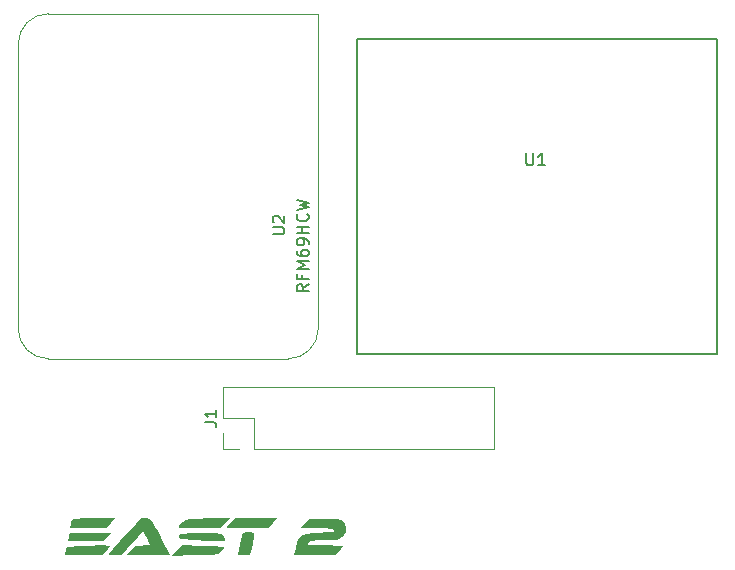
<source format=gbr>
%TF.GenerationSoftware,KiCad,Pcbnew,(6.0.7)*%
%TF.CreationDate,2023-03-09T00:43:44-05:00*%
%TF.ProjectId,EAST_GPS,45415354-5f47-4505-932e-6b696361645f,rev?*%
%TF.SameCoordinates,Original*%
%TF.FileFunction,Legend,Top*%
%TF.FilePolarity,Positive*%
%FSLAX46Y46*%
G04 Gerber Fmt 4.6, Leading zero omitted, Abs format (unit mm)*
G04 Created by KiCad (PCBNEW (6.0.7)) date 2023-03-09 00:43:44*
%MOMM*%
%LPD*%
G01*
G04 APERTURE LIST*
%ADD10C,0.150000*%
%ADD11C,0.300000*%
%ADD12C,0.120000*%
G04 APERTURE END LIST*
D10*
X143002000Y-84836000D02*
X173482000Y-84836000D01*
X173482000Y-84836000D02*
X173482000Y-111506000D01*
X173482000Y-111506000D02*
X143002000Y-111506000D01*
X143002000Y-111506000D02*
X143002000Y-84836000D01*
D11*
%TO.C,*%
D10*
%TO.C,U2*%
X135850380Y-101345904D02*
X136659904Y-101345904D01*
X136755142Y-101298285D01*
X136802761Y-101250666D01*
X136850380Y-101155428D01*
X136850380Y-100964952D01*
X136802761Y-100869714D01*
X136755142Y-100822095D01*
X136659904Y-100774476D01*
X135850380Y-100774476D01*
X135945619Y-100345904D02*
X135898000Y-100298285D01*
X135850380Y-100203047D01*
X135850380Y-99964952D01*
X135898000Y-99869714D01*
X135945619Y-99822095D01*
X136040857Y-99774476D01*
X136136095Y-99774476D01*
X136278952Y-99822095D01*
X136850380Y-100393523D01*
X136850380Y-99774476D01*
X138902380Y-105598095D02*
X138426190Y-105931428D01*
X138902380Y-106169523D02*
X137902380Y-106169523D01*
X137902380Y-105788571D01*
X137950000Y-105693333D01*
X137997619Y-105645714D01*
X138092857Y-105598095D01*
X138235714Y-105598095D01*
X138330952Y-105645714D01*
X138378571Y-105693333D01*
X138426190Y-105788571D01*
X138426190Y-106169523D01*
X138378571Y-104836190D02*
X138378571Y-105169523D01*
X138902380Y-105169523D02*
X137902380Y-105169523D01*
X137902380Y-104693333D01*
X138902380Y-104312380D02*
X137902380Y-104312380D01*
X138616666Y-103979047D01*
X137902380Y-103645714D01*
X138902380Y-103645714D01*
X137902380Y-102740952D02*
X137902380Y-102931428D01*
X137950000Y-103026666D01*
X137997619Y-103074285D01*
X138140476Y-103169523D01*
X138330952Y-103217142D01*
X138711904Y-103217142D01*
X138807142Y-103169523D01*
X138854761Y-103121904D01*
X138902380Y-103026666D01*
X138902380Y-102836190D01*
X138854761Y-102740952D01*
X138807142Y-102693333D01*
X138711904Y-102645714D01*
X138473809Y-102645714D01*
X138378571Y-102693333D01*
X138330952Y-102740952D01*
X138283333Y-102836190D01*
X138283333Y-103026666D01*
X138330952Y-103121904D01*
X138378571Y-103169523D01*
X138473809Y-103217142D01*
X138902380Y-102169523D02*
X138902380Y-101979047D01*
X138854761Y-101883809D01*
X138807142Y-101836190D01*
X138664285Y-101740952D01*
X138473809Y-101693333D01*
X138092857Y-101693333D01*
X137997619Y-101740952D01*
X137950000Y-101788571D01*
X137902380Y-101883809D01*
X137902380Y-102074285D01*
X137950000Y-102169523D01*
X137997619Y-102217142D01*
X138092857Y-102264761D01*
X138330952Y-102264761D01*
X138426190Y-102217142D01*
X138473809Y-102169523D01*
X138521428Y-102074285D01*
X138521428Y-101883809D01*
X138473809Y-101788571D01*
X138426190Y-101740952D01*
X138330952Y-101693333D01*
X138902380Y-101264761D02*
X137902380Y-101264761D01*
X138378571Y-101264761D02*
X138378571Y-100693333D01*
X138902380Y-100693333D02*
X137902380Y-100693333D01*
X138807142Y-99645714D02*
X138854761Y-99693333D01*
X138902380Y-99836190D01*
X138902380Y-99931428D01*
X138854761Y-100074285D01*
X138759523Y-100169523D01*
X138664285Y-100217142D01*
X138473809Y-100264761D01*
X138330952Y-100264761D01*
X138140476Y-100217142D01*
X138045238Y-100169523D01*
X137950000Y-100074285D01*
X137902380Y-99931428D01*
X137902380Y-99836190D01*
X137950000Y-99693333D01*
X137997619Y-99645714D01*
X137902380Y-99312380D02*
X138902380Y-99074285D01*
X138188095Y-98883809D01*
X138902380Y-98693333D01*
X137902380Y-98455238D01*
%TO.C,U1*%
X157340795Y-94497130D02*
X157340795Y-95306654D01*
X157388414Y-95401892D01*
X157436033Y-95449511D01*
X157531271Y-95497130D01*
X157721747Y-95497130D01*
X157816985Y-95449511D01*
X157864604Y-95401892D01*
X157912223Y-95306654D01*
X157912223Y-94497130D01*
X158912223Y-95497130D02*
X158340795Y-95497130D01*
X158626509Y-95497130D02*
X158626509Y-94497130D01*
X158531271Y-94639988D01*
X158436033Y-94735226D01*
X158340795Y-94782845D01*
%TO.C,J1*%
X130101380Y-117254533D02*
X130815666Y-117254533D01*
X130958523Y-117302152D01*
X131053761Y-117397390D01*
X131101380Y-117540247D01*
X131101380Y-117635485D01*
X131101380Y-116254533D02*
X131101380Y-116825961D01*
X131101380Y-116540247D02*
X130101380Y-116540247D01*
X130244238Y-116635485D01*
X130339476Y-116730723D01*
X130387095Y-116825961D01*
%TO.C,*%
G36*
X131376659Y-126252940D02*
G01*
X129619300Y-126252940D01*
X129031431Y-126252079D01*
X128592338Y-126248305D01*
X128281465Y-126239831D01*
X128078260Y-126224871D01*
X127962169Y-126201637D01*
X127912636Y-126168344D01*
X127909108Y-126123205D01*
X127914761Y-126104774D01*
X128038345Y-125871967D01*
X128244962Y-125693294D01*
X128491627Y-125564048D01*
X128631560Y-125509947D01*
X128797378Y-125469842D01*
X129015526Y-125441702D01*
X129312451Y-125423493D01*
X129714597Y-125413183D01*
X130248412Y-125408741D01*
X130520444Y-125408133D01*
X132210595Y-125406274D01*
X131376659Y-126252940D01*
G37*
G36*
X130677361Y-126614925D02*
G01*
X130980199Y-126624852D01*
X131101012Y-126636074D01*
X131447603Y-126735528D01*
X131700493Y-126902925D01*
X131827299Y-127113968D01*
X131835960Y-127187572D01*
X131839001Y-127239056D01*
X131835577Y-127278859D01*
X131806873Y-127307709D01*
X131734070Y-127326330D01*
X131598351Y-127335449D01*
X131380899Y-127335793D01*
X131062896Y-127328088D01*
X130625526Y-127313059D01*
X130049971Y-127291433D01*
X129592294Y-127274162D01*
X128938302Y-127238371D01*
X128450418Y-127185961D01*
X128126192Y-127116491D01*
X127963172Y-127029518D01*
X127941294Y-126976553D01*
X127915217Y-126879544D01*
X127894478Y-126822123D01*
X127901379Y-126775786D01*
X127976025Y-126739225D01*
X128139309Y-126709690D01*
X128412120Y-126684432D01*
X128815350Y-126660701D01*
X129282925Y-126639394D01*
X129790587Y-126622266D01*
X130268111Y-126614086D01*
X130677361Y-126614925D01*
G37*
G36*
X120365081Y-126609832D02*
G01*
X120452208Y-126610933D01*
X122137309Y-126633940D01*
X121812116Y-126993774D01*
X121486923Y-127353607D01*
X118524448Y-127353607D01*
X118582793Y-127036107D01*
X118636254Y-126812882D01*
X118693760Y-126667062D01*
X118704122Y-126653267D01*
X118804451Y-126634392D01*
X119047392Y-126619965D01*
X119406263Y-126610632D01*
X119854386Y-126607039D01*
X120365081Y-126609832D01*
G37*
G36*
X125263076Y-125337249D02*
G01*
X125486433Y-125416750D01*
X125500718Y-125427440D01*
X125578715Y-125532934D01*
X125718722Y-125764833D01*
X125906737Y-126098227D01*
X126128761Y-126508206D01*
X126370791Y-126969860D01*
X126404915Y-127036107D01*
X127177322Y-128538940D01*
X123430028Y-128538940D01*
X123801827Y-128126322D01*
X124173627Y-127713704D01*
X125477855Y-127649940D01*
X125206741Y-127081176D01*
X125071023Y-126807263D01*
X124961040Y-126605087D01*
X124897679Y-126512670D01*
X124893294Y-126510610D01*
X124826192Y-126570511D01*
X124668235Y-126737145D01*
X124439120Y-126988983D01*
X124158544Y-127304494D01*
X123966310Y-127523874D01*
X123081659Y-128538940D01*
X122501009Y-128538940D01*
X122198002Y-128536213D01*
X122034850Y-128521072D01*
X121982086Y-128483076D01*
X122010244Y-128411785D01*
X122035804Y-128374118D01*
X122154368Y-128223107D01*
X122358972Y-127981399D01*
X122629407Y-127671272D01*
X122945465Y-127315003D01*
X123286936Y-126934871D01*
X123633613Y-126553151D01*
X123965285Y-126192124D01*
X124261745Y-125874064D01*
X124502783Y-125621252D01*
X124668192Y-125455963D01*
X124731882Y-125402034D01*
X124982095Y-125331370D01*
X125263076Y-125337249D01*
G37*
G36*
X130004136Y-127733242D02*
G01*
X130604200Y-127754422D01*
X131054900Y-127773152D01*
X131376137Y-127791901D01*
X131587810Y-127813137D01*
X131709817Y-127839328D01*
X131762057Y-127872940D01*
X131764431Y-127916443D01*
X131749465Y-127949689D01*
X131627763Y-128098904D01*
X131433302Y-128269448D01*
X131391632Y-128300219D01*
X131295784Y-128363850D01*
X131194199Y-128412431D01*
X131063142Y-128448378D01*
X130878876Y-128474106D01*
X130617666Y-128492031D01*
X130255778Y-128504568D01*
X129769474Y-128514134D01*
X129211294Y-128522126D01*
X127306294Y-128547646D01*
X127741303Y-128109291D01*
X128176313Y-127670937D01*
X130004136Y-127733242D01*
G37*
G36*
X134048786Y-126592227D02*
G01*
X134189072Y-126613179D01*
X134261484Y-126683103D01*
X134276027Y-126830638D01*
X134242703Y-127084425D01*
X134171516Y-127473102D01*
X134160054Y-127534754D01*
X134082049Y-127956872D01*
X134020750Y-128240774D01*
X133956949Y-128413725D01*
X133871435Y-128502991D01*
X133745001Y-128535837D01*
X133558436Y-128539528D01*
X133452574Y-128538940D01*
X132963932Y-128538940D01*
X133118501Y-127643653D01*
X133186231Y-127269274D01*
X133248663Y-126956123D01*
X133297816Y-126742475D01*
X133321512Y-126669986D01*
X133426683Y-126626421D01*
X133645479Y-126597962D01*
X133830624Y-126591607D01*
X134048786Y-126592227D01*
G37*
G36*
X121933629Y-127711657D02*
G01*
X122085559Y-127742387D01*
X122099294Y-127759312D01*
X122043288Y-127849939D01*
X121897961Y-128016881D01*
X121736255Y-128182645D01*
X121373217Y-128538940D01*
X119825550Y-128538940D01*
X119278269Y-128537876D01*
X118878358Y-128533244D01*
X118603860Y-128522887D01*
X118432818Y-128504646D01*
X118343276Y-128476364D01*
X118313276Y-128435882D01*
X118318052Y-128390774D01*
X118367759Y-128192041D01*
X118406712Y-128023021D01*
X118455203Y-127803436D01*
X119663415Y-127748165D01*
X120478401Y-127715115D01*
X121129079Y-127698017D01*
X121614479Y-127696866D01*
X121933629Y-127711657D01*
G37*
G36*
X140275581Y-125432207D02*
G01*
X140777383Y-125440628D01*
X141140008Y-125453618D01*
X141393608Y-125475018D01*
X141568339Y-125508673D01*
X141694353Y-125558425D01*
X141799581Y-125626460D01*
X141994555Y-125868444D01*
X142076873Y-126185004D01*
X142041682Y-126520128D01*
X141901045Y-126797073D01*
X141726261Y-126980629D01*
X141516259Y-127111504D01*
X141241023Y-127197608D01*
X140870540Y-127246852D01*
X140374795Y-127267145D01*
X140110613Y-127268940D01*
X139617427Y-127275190D01*
X139269892Y-127297850D01*
X139044657Y-127342786D01*
X138918367Y-127415862D01*
X138867670Y-127522944D01*
X138863294Y-127582207D01*
X138899079Y-127623590D01*
X139019173Y-127653819D01*
X139242681Y-127674312D01*
X139588709Y-127686489D01*
X140076362Y-127691769D01*
X140344960Y-127692274D01*
X140824595Y-127695900D01*
X141239508Y-127705961D01*
X141562605Y-127721232D01*
X141766791Y-127740486D01*
X141826627Y-127759312D01*
X141770621Y-127849939D01*
X141625295Y-128016881D01*
X141463589Y-128182645D01*
X141100551Y-128538940D01*
X137704081Y-128538940D01*
X137819008Y-127925107D01*
X137914239Y-127502098D01*
X138036055Y-127182161D01*
X138207976Y-126950388D01*
X138453523Y-126791872D01*
X138796215Y-126691707D01*
X139259574Y-126634985D01*
X139867118Y-126606800D01*
X139900460Y-126605905D01*
X140365670Y-126592075D01*
X140687638Y-126576340D01*
X140892440Y-126554406D01*
X141006148Y-126521977D01*
X141054839Y-126474759D01*
X141064627Y-126414154D01*
X141055226Y-126354814D01*
X141011141Y-126312123D01*
X140908551Y-126283355D01*
X140723631Y-126265784D01*
X140432561Y-126256684D01*
X140011516Y-126253330D01*
X139655661Y-126252940D01*
X138246695Y-126252940D01*
X138618494Y-125834373D01*
X138990294Y-125415806D01*
X140275581Y-125432207D01*
G37*
G36*
X120714942Y-125406274D02*
G01*
X122536512Y-125406274D01*
X121802960Y-126245316D01*
X118699172Y-126252940D01*
X118754554Y-125977774D01*
X118789148Y-125790563D01*
X118822077Y-125649154D01*
X118875210Y-125547169D01*
X118970413Y-125478235D01*
X119129554Y-125435977D01*
X119374501Y-125414019D01*
X119727122Y-125405987D01*
X120209283Y-125405505D01*
X120714942Y-125406274D01*
G37*
G36*
X135518960Y-126245316D02*
G01*
X133719794Y-126249128D01*
X133188459Y-126248425D01*
X132719342Y-126244303D01*
X132337030Y-126237271D01*
X132066114Y-126227832D01*
X131931180Y-126216494D01*
X131920627Y-126212094D01*
X131974609Y-126134482D01*
X132115263Y-125972914D01*
X132287114Y-125788760D01*
X132653600Y-125406274D01*
X136252512Y-125406274D01*
X135518960Y-126245316D01*
G37*
D12*
%TO.C,U2*%
X127020000Y-111885000D02*
X116860000Y-111885000D01*
X139085000Y-82675000D02*
X116860000Y-82675000D01*
X114320000Y-85215000D02*
X114320000Y-109345000D01*
X139720000Y-109345000D02*
X139720000Y-82675000D01*
X139085000Y-82675000D02*
X139720000Y-82675000D01*
X127020000Y-111885000D02*
X137180000Y-111885000D01*
X116860000Y-82675000D02*
G75*
G03*
X114320000Y-85215000I1J-2540001D01*
G01*
X114320000Y-109345000D02*
G75*
G03*
X116860000Y-111885000I2540000J0D01*
G01*
X137180000Y-111885000D02*
G75*
G03*
X139720000Y-109345000I0J2540000D01*
G01*
%TO.C,J1*%
X134249000Y-116921200D02*
X131649000Y-116921200D01*
X134249000Y-119521200D02*
X134249000Y-116921200D01*
X134249000Y-119521200D02*
X154629000Y-119521200D01*
X131649000Y-114321200D02*
X154629000Y-114321200D01*
X131649000Y-119521200D02*
X131649000Y-118191200D01*
X131649000Y-116921200D02*
X131649000Y-114321200D01*
X154629000Y-119521200D02*
X154629000Y-114321200D01*
X132979000Y-119521200D02*
X131649000Y-119521200D01*
%TD*%
M02*

</source>
